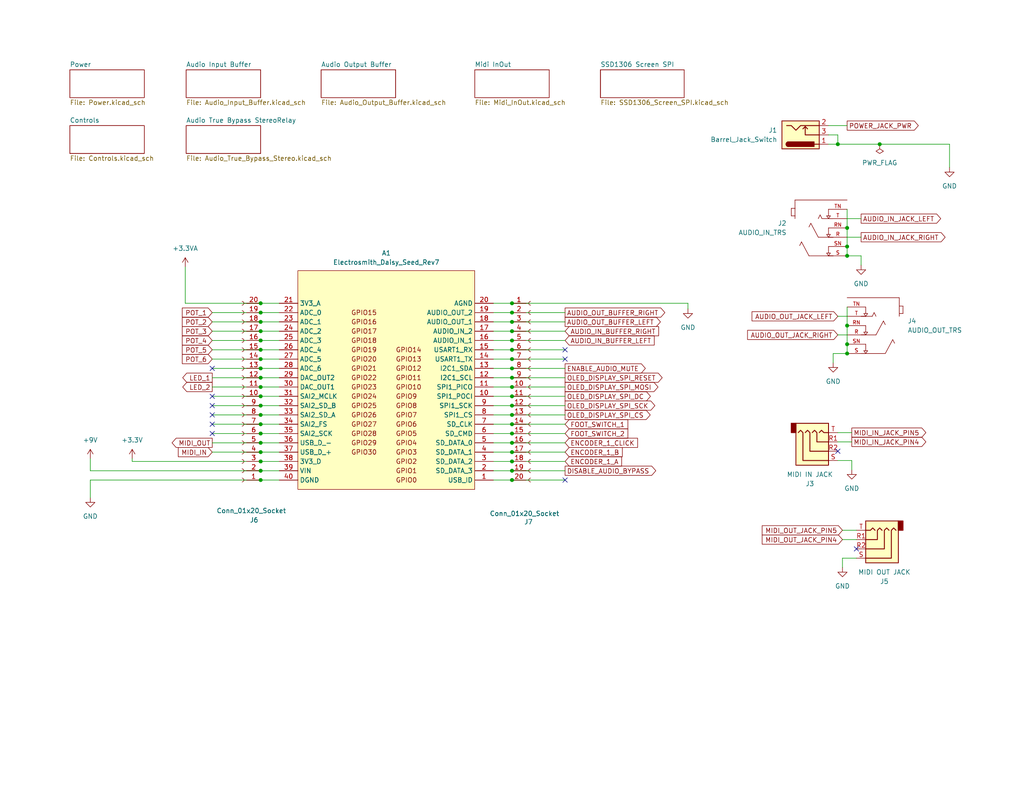
<source format=kicad_sch>
(kicad_sch (version 20230121) (generator eeschema)
  (paper "USLetter")
  (title_block (title "Daisy Seed Guitar Pedal 125B") (date "2024-02-25") (rev "6") (company "Made by Keith Shepherd (kshep@mac.com)") (comment 1 "https://github.com/electro-smith/Hardware/blob/master/reference/daisy_petal/") (comment 2 "Schematic loosly based on the Electro-Smith Daisy Petal Reference Hardware Rev 5"))
  (lib_symbols
    (symbol "Connector:Barrel_Jack_Switch" (pin_names hide)
      (property "Reference" "J" (at 0 5.334 0))
      (property "Value" "Barrel_Jack_Switch" (at 0 -5.08 0))
      (symbol "Barrel_Jack_Switch_0_1"
        (rectangle (start -5.08 3.81) (end 5.08 -3.81) (stroke (width 0.254)) (fill (type background)))
        (arc (start -3.302 3.175) (mid -3.9343 2.54) (end -3.302 1.905) (stroke (width 0.254)))
        (arc (start -3.302 3.175) (mid -3.9343 2.54) (end -3.302 1.905) (stroke (width 0.254)) (fill (type outline)))
        (polyline (pts (xy 1.27 -2.286) (xy 1.905 -1.651)) (stroke (width 0.254)))
        (polyline (pts (xy 5.08 2.54) (xy 3.81 2.54)) (stroke (width 0.254)))
        (polyline (pts (xy 5.08 0) (xy 1.27 0) (xy 1.27 -2.286) (xy 0.635 -1.651)) (stroke (width 0.254)))
        (polyline (pts (xy -3.81 -2.54) (xy -2.54 -2.54) (xy -1.27 -1.27) (xy 0 -2.54) (xy 2.54 -2.54) (xy 5.08 -2.54)) (stroke (width 0.254)))
        (rectangle (start 3.683 3.175) (end -3.302 1.905) (stroke (width 0.254)) (fill (type outline)))
      )
      (symbol "Barrel_Jack_Switch_1_1"
        (pin passive line (at 7.62 2.54 180) (length 2.54) (name "~") (number "1"))
        (pin passive line (at 7.62 -2.54 180) (length 2.54) (name "~") (number "2"))
        (pin passive line (at 7.62 0 180) (length 2.54) (name "~") (number "3"))
      )
    )
    (symbol "Connector:Conn_01x20_Socket" (pin_names (offset 1.016) hide)
      (property "Reference" "J" (at 0 25.4 0))
      (property "Value" "Conn_01x20_Socket" (at 0 -27.94 0))
      (symbol "Conn_01x20_Socket_1_1"
        (arc (start 0 -24.892) (mid -0.5058 -25.4) (end 0 -25.908) (stroke (width 0.1524)))
        (arc (start 0 -22.352) (mid -0.5058 -22.86) (end 0 -23.368) (stroke (width 0.1524)))
        (arc (start 0 -19.812) (mid -0.5058 -20.32) (end 0 -20.828) (stroke (width 0.1524)))
        (arc (start 0 -17.272) (mid -0.5058 -17.78) (end 0 -18.288) (stroke (width 0.1524)))
        (arc (start 0 -14.732) (mid -0.5058 -15.24) (end 0 -15.748) (stroke (width 0.1524)))
        (arc (start 0 -12.192) (mid -0.5058 -12.7) (end 0 -13.208) (stroke (width 0.1524)))
        (arc (start 0 -9.652) (mid -0.5058 -10.16) (end 0 -10.668) (stroke (width 0.1524)))
        (arc (start 0 -7.112) (mid -0.5058 -7.62) (end 0 -8.128) (stroke (width 0.1524)))
        (arc (start 0 -4.572) (mid -0.5058 -5.08) (end 0 -5.588) (stroke (width 0.1524)))
        (arc (start 0 -2.032) (mid -0.5058 -2.54) (end 0 -3.048) (stroke (width 0.1524)))
        (polyline (pts (xy -1.27 -25.4) (xy -0.508 -25.4)) (stroke (width 0.1524)))
        (polyline (pts (xy -1.27 -22.86) (xy -0.508 -22.86)) (stroke (width 0.1524)))
        (polyline (pts (xy -1.27 -20.32) (xy -0.508 -20.32)) (stroke (width 0.1524)))
        (polyline (pts (xy -1.27 -17.78) (xy -0.508 -17.78)) (stroke (width 0.1524)))
        (polyline (pts (xy -1.27 -15.24) (xy -0.508 -15.24)) (stroke (width 0.1524)))
        (polyline (pts (xy -1.27 -12.7) (xy -0.508 -12.7)) (stroke (width 0.1524)))
        (polyline (pts (xy -1.27 -10.16) (xy -0.508 -10.16)) (stroke (width 0.1524)))
        (polyline (pts (xy -1.27 -7.62) (xy -0.508 -7.62)) (stroke (width 0.1524)))
        (polyline (pts (xy -1.27 -5.08) (xy -0.508 -5.08)) (stroke (width 0.1524)))
        (polyline (pts (xy -1.27 -2.54) (xy -0.508 -2.54)) (stroke (width 0.1524)))
        (polyline (pts (xy -1.27 0) (xy -0.508 0)) (stroke (width 0.1524)))
        (polyline (pts (xy -1.27 2.54) (xy -0.508 2.54)) (stroke (width 0.1524)))
        (polyline (pts (xy -1.27 5.08) (xy -0.508 5.08)) (stroke (width 0.1524)))
        (polyline (pts (xy -1.27 7.62) (xy -0.508 7.62)) (stroke (width 0.1524)))
        (polyline (pts (xy -1.27 10.16) (xy -0.508 10.16)) (stroke (width 0.1524)))
        (polyline (pts (xy -1.27 12.7) (xy -0.508 12.7)) (stroke (width 0.1524)))
        (polyline (pts (xy -1.27 15.24) (xy -0.508 15.24)) (stroke (width 0.1524)))
        (polyline (pts (xy -1.27 17.78) (xy -0.508 17.78)) (stroke (width 0.1524)))
        (polyline (pts (xy -1.27 20.32) (xy -0.508 20.32)) (stroke (width 0.1524)))
        (polyline (pts (xy -1.27 22.86) (xy -0.508 22.86)) (stroke (width 0.1524)))
        (arc (start 0 0.508) (mid -0.5058 0) (end 0 -0.508) (stroke (width 0.1524)))
        (arc (start 0 3.048) (mid -0.5058 2.54) (end 0 2.032) (stroke (width 0.1524)))
        (arc (start 0 5.588) (mid -0.5058 5.08) (end 0 4.572) (stroke (width 0.1524)))
        (arc (start 0 8.128) (mid -0.5058 7.62) (end 0 7.112) (stroke (width 0.1524)))
        (arc (start 0 10.668) (mid -0.5058 10.16) (end 0 9.652) (stroke (width 0.1524)))
        (arc (start 0 13.208) (mid -0.5058 12.7) (end 0 12.192) (stroke (width 0.1524)))
        (arc (start 0 15.748) (mid -0.5058 15.24) (end 0 14.732) (stroke (width 0.1524)))
        (arc (start 0 18.288) (mid -0.5058 17.78) (end 0 17.272) (stroke (width 0.1524)))
        (arc (start 0 20.828) (mid -0.5058 20.32) (end 0 19.812) (stroke (width 0.1524)))
        (arc (start 0 23.368) (mid -0.5058 22.86) (end 0 22.352) (stroke (width 0.1524)))
        (pin passive line (at -5.08 22.86 0) (length 3.81) (name "Pin_1") (number "1"))
        (pin passive line (at -5.08 0 0) (length 3.81) (name "Pin_10") (number "10"))
        (pin passive line (at -5.08 -2.54 0) (length 3.81) (name "Pin_11") (number "11"))
        (pin passive line (at -5.08 -5.08 0) (length 3.81) (name "Pin_12") (number "12"))
        (pin passive line (at -5.08 -7.62 0) (length 3.81) (name "Pin_13") (number "13"))
        (pin passive line (at -5.08 -10.16 0) (length 3.81) (name "Pin_14") (number "14"))
        (pin passive line (at -5.08 -12.7 0) (length 3.81) (name "Pin_15") (number "15"))
        (pin passive line (at -5.08 -15.24 0) (length 3.81) (name "Pin_16") (number "16"))
        (pin passive line (at -5.08 -17.78 0) (length 3.81) (name "Pin_17") (number "17"))
        (pin passive line (at -5.08 -20.32 0) (length 3.81) (name "Pin_18") (number "18"))
        (pin passive line (at -5.08 -22.86 0) (length 3.81) (name "Pin_19") (number "19"))
        (pin passive line (at -5.08 20.32 0) (length 3.81) (name "Pin_2") (number "2"))
        (pin passive line (at -5.08 -25.4 0) (length 3.81) (name "Pin_20") (number "20"))
        (pin passive line (at -5.08 17.78 0) (length 3.81) (name "Pin_3") (number "3"))
        (pin passive line (at -5.08 15.24 0) (length 3.81) (name "Pin_4") (number "4"))
        (pin passive line (at -5.08 12.7 0) (length 3.81) (name "Pin_5") (number "5"))
        (pin passive line (at -5.08 10.16 0) (length 3.81) (name "Pin_6") (number "6"))
        (pin passive line (at -5.08 7.62 0) (length 3.81) (name "Pin_7") (number "7"))
        (pin passive line (at -5.08 5.08 0) (length 3.81) (name "Pin_8") (number "8"))
        (pin passive line (at -5.08 2.54 0) (length 3.81) (name "Pin_9") (number "9"))
      )
    )
    (symbol "Connector_Audio:AudioJack4"
      (property "Reference" "J" (at 0 8.89 0))
      (property "Value" "AudioJack4" (at 0 6.35 0))
      (symbol "AudioJack4_0_1"
        (rectangle (start -6.35 -5.08) (end -7.62 -7.62) (stroke (width 0.254)) (fill (type outline)))
        (polyline (pts (xy 0 -5.08) (xy 0.635 -5.715) (xy 1.27 -5.08) (xy 2.54 -5.08)) (stroke (width 0.254)))
        (polyline (pts (xy -5.715 -5.08) (xy -5.08 -5.715) (xy -4.445 -5.08) (xy -4.445 2.54) (xy 2.54 2.54)) (stroke (width 0.254)))
        (polyline (pts (xy -1.905 -5.08) (xy -1.27 -5.715) (xy -0.635 -5.08) (xy -0.635 -2.54) (xy 2.54 -2.54)) (stroke (width 0.254)))
        (polyline (pts (xy 2.54 0) (xy -2.54 0) (xy -2.54 -5.08) (xy -3.175 -5.715) (xy -3.81 -5.08)) (stroke (width 0.254)))
        (rectangle (start 2.54 3.81) (end -6.35 -7.62) (stroke (width 0.254)) (fill (type background)))
      )
      (symbol "AudioJack4_1_1"
        (pin passive line (at 5.08 -2.54 180) (length 2.54) (name "~") (number "R1"))
        (pin passive line (at 5.08 0 180) (length 2.54) (name "~") (number "R2"))
        (pin passive line (at 5.08 2.54 180) (length 2.54) (name "~") (number "S"))
        (pin passive line (at 5.08 -5.08 180) (length 2.54) (name "~") (number "T"))
      )
    )
    (symbol "GuitarPedal125B:Electrosmith_Daisy_Seed_Rev7"
      (property "Reference" "A" (at -1.27 30.48 0))
      (property "Value" "Electrosmith_Daisy_Seed_Rev7" (at 13.97 27.94 0))
      (symbol "Electrosmith_Daisy_Seed_Rev7_0_0"
        (text "GPIO0" (at 2.54 -24.13 0) (effects (font (size 1.27 1.27)) (justify left)))
        (text "GPIO1" (at 2.54 -21.59 0) (effects (font (size 1.27 1.27)) (justify left)))
        (text "GPIO10" (at 2.54 1.27 0) (effects (font (size 1.27 1.27)) (justify left)))
        (text "GPIO11" (at 2.54 3.81 0) (effects (font (size 1.27 1.27)) (justify left)))
        (text "GPIO12" (at 2.54 6.35 0) (effects (font (size 1.27 1.27)) (justify left)))
        (text "GPIO13" (at 2.54 8.89 0) (effects (font (size 1.27 1.27)) (justify left)))
        (text "GPIO14" (at 2.54 11.43 0) (effects (font (size 1.27 1.27)) (justify left)))
        (text "GPIO15" (at -2.54 21.59 0) (effects (font (size 1.27 1.27)) (justify right)))
        (text "GPIO16" (at -2.54 19.05 0) (effects (font (size 1.27 1.27)) (justify right)))
        (text "GPIO17" (at -2.54 16.51 0) (effects (font (size 1.27 1.27)) (justify right)))
        (text "GPIO18" (at -2.54 13.97 0) (effects (font (size 1.27 1.27)) (justify right)))
        (text "GPIO19" (at -2.54 11.43 0) (effects (font (size 1.27 1.27)) (justify right)))
        (text "GPIO2" (at 2.54 -19.05 0) (effects (font (size 1.27 1.27)) (justify left)))
        (text "GPIO20" (at -2.54 8.89 0) (effects (font (size 1.27 1.27)) (justify right)))
        (text "GPIO21" (at -2.54 6.35 0) (effects (font (size 1.27 1.27)) (justify right)))
        (text "GPIO22" (at -2.54 3.81 0) (effects (font (size 1.27 1.27)) (justify right)))
        (text "GPIO23" (at -2.54 1.27 0) (effects (font (size 1.27 1.27)) (justify right)))
        (text "GPIO24" (at -2.54 -1.27 0) (effects (font (size 1.27 1.27)) (justify right)))
        (text "GPIO25" (at -2.54 -3.81 0) (effects (font (size 1.27 1.27)) (justify right)))
        (text "GPIO26" (at -2.54 -6.35 0) (effects (font (size 1.27 1.27)) (justify right)))
        (text "GPIO27" (at -2.54 -8.89 0) (effects (font (size 1.27 1.27)) (justify right)))
        (text "GPIO28" (at -2.54 -11.43 0) (effects (font (size 1.27 1.27)) (justify right)))
        (text "GPIO29" (at -2.54 -13.97 0) (effects (font (size 1.27 1.27)) (justify right)))
        (text "GPIO3" (at 2.54 -16.51 0) (effects (font (size 1.27 1.27)) (justify left)))
        (text "GPIO30" (at -2.54 -16.51 0) (effects (font (size 1.27 1.27)) (justify right)))
        (text "GPIO4" (at 2.54 -13.97 0) (effects (font (size 1.27 1.27)) (justify left)))
        (text "GPIO5" (at 2.54 -11.43 0) (effects (font (size 1.27 1.27)) (justify left)))
        (text "GPIO6" (at 2.54 -8.89 0) (effects (font (size 1.27 1.27)) (justify left)))
        (text "GPIO7" (at 2.54 -6.35 0) (effects (font (size 1.27 1.27)) (justify left)))
        (text "GPIO8" (at 2.54 -3.81 0) (effects (font (size 1.27 1.27)) (justify left)))
        (text "GPIO9" (at 2.54 -1.27 0) (effects (font (size 1.27 1.27)) (justify left)))
        (pin bidirectional line (at 29.21 -24.13 180) (length 5.08) (name "USB_ID") (number "1"))
        (pin bidirectional line (at 29.21 -1.27 180) (length 5.08) (name "SPI1_POCI") (number "10"))
        (pin bidirectional line (at 29.21 1.27 180) (length 5.08) (name "SPI1_PICO") (number "11"))
        (pin bidirectional line (at 29.21 3.81 180) (length 5.08) (name "I2C1_SCL") (number "12"))
        (pin bidirectional line (at 29.21 6.35 180) (length 5.08) (name "I2C1_SDA") (number "13"))
        (pin bidirectional line (at 29.21 8.89 180) (length 5.08) (name "USART1_TX") (number "14"))
        (pin bidirectional line (at 29.21 11.43 180) (length 5.08) (name "USART1_RX") (number "15"))
        (pin input line (at 29.21 13.97 180) (length 5.08) (name "AUDIO_IN_1") (number "16"))
        (pin input line (at 29.21 16.51 180) (length 5.08) (name "AUDIO_IN_2") (number "17"))
        (pin output line (at 29.21 19.05 180) (length 5.08) (name "AUDIO_OUT_1") (number "18"))
        (pin output line (at 29.21 21.59 180) (length 5.08) (name "AUDIO_OUT_2") (number "19"))
        (pin bidirectional line (at 29.21 -21.59 180) (length 5.08) (name "SD_DATA_3") (number "2"))
        (pin power_in line (at 29.21 24.13 180) (length 5.08) (name "AGND") (number "20"))
        (pin power_out line (at -29.21 24.13 0) (length 5.08) (name "3V3_A") (number "21"))
        (pin bidirectional line (at -29.21 21.59 0) (length 5.08) (name "ADC_0") (number "22"))
        (pin bidirectional line (at -29.21 19.05 0) (length 5.08) (name "ADC_1") (number "23"))
        (pin bidirectional line (at -29.21 16.51 0) (length 5.08) (name "ADC_2") (number "24"))
        (pin bidirectional line (at -29.21 13.97 0) (length 5.08) (name "ADC_3") (number "25"))
        (pin bidirectional line (at -29.21 11.43 0) (length 5.08) (name "ADC_4") (number "26"))
        (pin bidirectional line (at -29.21 8.89 0) (length 5.08) (name "ADC_5") (number "27"))
        (pin bidirectional line (at -29.21 6.35 0) (length 5.08) (name "ADC_6") (number "28"))
        (pin bidirectional line (at -29.21 3.81 0) (length 5.08) (name "DAC_OUT2") (number "29"))
        (pin bidirectional line (at 29.21 -19.05 180) (length 5.08) (name "SD_DATA_2") (number "3"))
        (pin bidirectional line (at -29.21 1.27 0) (length 5.08) (name "DAC_OUT1") (number "30"))
        (pin bidirectional line (at -29.21 -1.27 0) (length 5.08) (name "SAI2_MCLK") (number "31"))
        (pin bidirectional line (at -29.21 -3.81 0) (length 5.08) (name "SAI2_SD_B") (number "32"))
        (pin bidirectional line (at -29.21 -6.35 0) (length 5.08) (name "SAI2_SD_A") (number "33"))
        (pin bidirectional line (at -29.21 -8.89 0) (length 5.08) (name "SAI2_FS") (number "34"))
        (pin bidirectional line (at -29.21 -11.43 0) (length 5.08) (name "SAI2_SCK") (number "35"))
        (pin bidirectional line (at -29.21 -13.97 0) (length 5.08) (name "USB_D_-") (number "36"))
        (pin bidirectional line (at -29.21 -16.51 0) (length 5.08) (name "USB_D_+") (number "37"))
        (pin power_out line (at -29.21 -19.05 0) (length 5.08) (name "3V3_D") (number "38"))
        (pin power_in line (at -29.21 -21.59 0) (length 5.08) (name "VIN") (number "39"))
        (pin bidirectional line (at 29.21 -16.51 180) (length 5.08) (name "SD_DATA_1") (number "4"))
        (pin power_in line (at -29.21 -24.13 0) (length 5.08) (name "DGND") (number "40"))
        (pin bidirectional line (at 29.21 -13.97 180) (length 5.08) (name "SD_DATA_0") (number "5"))
        (pin bidirectional line (at 29.21 -11.43 180) (length 5.08) (name "SD_CMD") (number "6"))
        (pin bidirectional line (at 29.21 -8.89 180) (length 5.08) (name "SD_CLK") (number "7"))
        (pin bidirectional line (at 29.21 -6.35 180) (length 5.08) (name "SPI1_CS") (number "8"))
        (pin bidirectional line (at 29.21 -3.81 180) (length 5.08) (name "SPI1_SCK") (number "9"))
      )
      (symbol "Electrosmith_Daisy_Seed_Rev7_0_1"
        (rectangle (start -24.13 33.02) (end 24.13 -26.67) (fill (type background)))
      )
    )
    (symbol "NMJ6HCD2:NMJ6HCD2" (pin_names (offset 1.016))
      (property "Reference" "J" (at -7.6236 8.1319 0))
      (property "Value" "NMJ6HCD2" (at -7.6298 -10.1747 0))
      (symbol "NMJ6HCD2_0_0"
        (polyline (pts (xy -7.62 -5.334) (xy -6.604 -5.334)) (stroke (width 0.1524)))
        (polyline (pts (xy -7.62 -3.302) (xy -7.62 -5.334)) (stroke (width 0.1524)))
        (polyline (pts (xy -6.604 -7.62) (xy -6.604 -5.334)) (stroke (width 0.1524)))
        (polyline (pts (xy -6.604 -5.334) (xy -6.604 -3.302)) (stroke (width 0.1524)))
        (polyline (pts (xy -6.604 -3.302) (xy -7.62 -3.302)) (stroke (width 0.1524)))
        (polyline (pts (xy -6.604 -2.54) (xy -6.604 -3.302)) (stroke (width 0.1524)))
        (polyline (pts (xy -4.826 3.81) (xy -5.334 4.826)) (stroke (width 0.1524)))
        (polyline (pts (xy -2.794 7.62) (xy -4.826 3.81)) (stroke (width 0.1524)))
        (polyline (pts (xy -2.286 -1.27) (xy -2.794 -0.254)) (stroke (width 0.1524)))
        (polyline (pts (xy -0.254 2.54) (xy -2.286 -1.27)) (stroke (width 0.1524)))
        (polyline (pts (xy 0.254 -3.556) (xy -0.254 -2.54)) (stroke (width 0.1524)))
        (polyline (pts (xy 0.762 -2.54) (xy 0.254 -3.556)) (stroke (width 0.1524)))
        (polyline (pts (xy 2.032 -3.302) (xy 2.54 -3.302)) (stroke (width 0.1524)))
        (polyline (pts (xy 2.032 1.778) (xy 2.54 1.778)) (stroke (width 0.1524)))
        (polyline (pts (xy 2.032 6.858) (xy 2.54 6.858)) (stroke (width 0.1524)))
        (polyline (pts (xy 2.54 -3.302) (xy 2.54 -5.08)) (stroke (width 0.1524)))
        (polyline (pts (xy 2.54 -3.302) (xy 3.048 -3.302)) (stroke (width 0.1524)))
        (polyline (pts (xy 2.54 -2.54) (xy 0.762 -2.54)) (stroke (width 0.1524)))
        (polyline (pts (xy 2.54 -2.54) (xy 2.032 -3.302)) (stroke (width 0.1524)))
        (polyline (pts (xy 2.54 1.778) (xy 2.54 0)) (stroke (width 0.1524)))
        (polyline (pts (xy 2.54 1.778) (xy 3.048 1.778)) (stroke (width 0.1524)))
        (polyline (pts (xy 2.54 2.54) (xy -0.254 2.54)) (stroke (width 0.1524)))
        (polyline (pts (xy 2.54 2.54) (xy 2.032 1.778)) (stroke (width 0.1524)))
        (polyline (pts (xy 2.54 6.858) (xy 2.54 5.08)) (stroke (width 0.1524)))
        (polyline (pts (xy 2.54 6.858) (xy 3.048 6.858)) (stroke (width 0.1524)))
        (polyline (pts (xy 2.54 7.62) (xy -2.794 7.62)) (stroke (width 0.1524)))
        (polyline (pts (xy 2.54 7.62) (xy 2.032 6.858)) (stroke (width 0.1524)))
        (polyline (pts (xy 3.048 -3.302) (xy 2.54 -2.54)) (stroke (width 0.1524)))
        (polyline (pts (xy 3.048 1.778) (xy 2.54 2.54)) (stroke (width 0.1524)))
        (polyline (pts (xy 3.048 6.858) (xy 2.54 7.62)) (stroke (width 0.1524)))
        (polyline (pts (xy 3.81 -2.54) (xy 2.54 -2.54)) (stroke (width 0.1524)))
        (polyline (pts (xy 3.81 2.54) (xy 2.54 2.54)) (stroke (width 0.1524)))
        (polyline (pts (xy 3.81 7.62) (xy 2.54 7.62)) (stroke (width 0.1524)))
        (polyline (pts (xy 7.62 -7.62) (xy -6.604 -7.62)) (stroke (width 0.1524)))
        (pin passive line (at 7.62 2.54 180) (length 5.08) (name "~") (number "R"))
        (pin passive line (at 7.62 0 180) (length 5.08) (name "~") (number "RN"))
        (pin passive line (at 7.62 7.62 180) (length 5.08) (name "~") (number "S"))
        (pin passive line (at 7.62 5.08 180) (length 5.08) (name "~") (number "SN"))
        (pin passive line (at 7.62 -2.54 180) (length 5.08) (name "~") (number "T"))
        (pin passive line (at 7.62 -5.08 180) (length 5.08) (name "~") (number "TN"))
      )
    )
    (symbol "power:+3.3V" (power) (pin_names (offset 0))
      (property "Value" "+3.3V" (at 0 3.556 0))
      (symbol "+3.3V_0_1"
        (polyline (pts (xy -0.762 1.27) (xy 0 2.54)))
        (polyline (pts (xy 0 0) (xy 0 2.54)))
        (polyline (pts (xy 0 2.54) (xy 0.762 1.27)))
      )
      (symbol "+3.3V_1_1"
        (pin power_in line (at 0 0 90) (length 0) hide (name "+3.3V") (number "1"))
      )
    )
    (symbol "power:+3.3VA" (power) (pin_names (offset 0))
      (property "Value" "+3.3VA" (at 0 3.556 0))
      (symbol "+3.3VA_0_1"
        (polyline (pts (xy -0.762 1.27) (xy 0 2.54)))
        (polyline (pts (xy 0 0) (xy 0 2.54)))
        (polyline (pts (xy 0 2.54) (xy 0.762 1.27)))
      )
      (symbol "+3.3VA_1_1"
        (pin power_in line (at 0 0 90) (length 0) hide (name "+3.3VA") (number "1"))
      )
    )
    (symbol "power:+9V" (power) (pin_names (offset 0))
      (property "Value" "+9V" (at 0 3.556 0))
      (symbol "+9V_0_1"
        (polyline (pts (xy -0.762 1.27) (xy 0 2.54)))
        (polyline (pts (xy 0 0) (xy 0 2.54)))
        (polyline (pts (xy 0 2.54) (xy 0.762 1.27)))
      )
      (symbol "+9V_1_1"
        (pin power_in line (at 0 0 90) (length 0) hide (name "+9V") (number "1"))
      )
    )
    (symbol "power:GND" (power) (pin_names (offset 0))
      (property "Value" "GND" (at 0 -3.81 0))
      (symbol "GND_0_1"
        (polyline (pts (xy 0 0) (xy 0 -1.27) (xy 1.27 -1.27) (xy 0 -2.54) (xy -1.27 -1.27) (xy 0 -1.27)))
      )
      (symbol "GND_1_1"
        (pin power_in line (at 0 0 270) (length 0) hide (name "GND") (number "1"))
      )
    )
    (symbol "power:PWR_FLAG" (power) (pin_numbers hide) (pin_names (offset 0) hide)
      (property "Value" "PWR_FLAG" (at 0 3.81 0))
      (symbol "PWR_FLAG_0_0"
        (pin power_out line (at 0 0 90) (length 0) (name "pwr") (number "1"))
      )
      (symbol "PWR_FLAG_0_1"
        (polyline (pts (xy 0 0) (xy 0 1.27) (xy -1.016 1.905) (xy 0 2.54) (xy 1.016 1.905) (xy 0 1.27)))
      )
    )
  )
  (junction (at 139.7 131.064))
  (junction (at 71.12 95.504))
  (junction (at 231.14 69.85))
  (junction (at 139.7 115.824))
  (junction (at 228.6 39.37))
  (junction (at 71.12 118.364))
  (junction (at 139.7 90.424))
  (junction (at 139.7 98.044))
  (junction (at 71.12 103.124))
  (junction (at 139.7 92.964))
  (junction (at 71.12 110.744))
  (junction (at 71.12 120.904))
  (junction (at 139.7 100.584))
  (junction (at 71.12 82.804))
  (junction (at 71.12 90.424))
  (junction (at 71.12 92.964))
  (junction (at 139.7 128.524))
  (junction (at 71.12 123.444))
  (junction (at 71.12 131.064))
  (junction (at 139.7 110.744))
  (junction (at 231.14 88.9))
  (junction (at 139.7 120.904))
  (junction (at 231.14 93.98))
  (junction (at 139.7 103.124))
  (junction (at 139.7 108.204))
  (junction (at 71.12 125.984))
  (junction (at 139.7 85.344))
  (junction (at 71.12 85.344))
  (junction (at 71.12 100.584))
  (junction (at 71.12 115.824))
  (junction (at 139.7 105.664))
  (junction (at 231.14 96.52))
  (junction (at 231.14 67.31))
  (junction (at 71.12 128.524))
  (junction (at 71.12 105.664))
  (junction (at 240.03 39.37))
  (junction (at 139.7 123.444))
  (junction (at 139.7 125.984))
  (junction (at 139.7 87.884))
  (junction (at 139.7 118.364))
  (junction (at 71.12 98.044))
  (junction (at 71.12 108.204))
  (junction (at 71.12 87.884))
  (junction (at 231.14 62.23))
  (junction (at 139.7 95.504))
  (junction (at 139.7 82.804))
  (junction (at 139.7 113.284))
  (junction (at 71.12 113.284))
  (no_connect (at 57.912 110.744))
  (no_connect (at 57.912 115.824))
  (no_connect (at 57.912 113.284))
  (no_connect (at 154.178 98.044))
  (no_connect (at 233.68 149.86))
  (no_connect (at 154.178 131.064))
  (no_connect (at 154.178 95.504))
  (no_connect (at 228.6 123.19))
  (no_connect (at 57.912 100.584))
  (no_connect (at 57.912 118.364))
  (no_connect (at 57.912 108.204))
  (wire (pts (xy 24.638 131.064) (xy 71.12 131.064)))
  (wire (pts (xy 57.912 105.664) (xy 71.12 105.664)))
  (wire (pts (xy 134.62 115.824) (xy 139.7 115.824)))
  (wire (pts (xy 134.62 98.044) (xy 139.7 98.044)))
  (wire (pts (xy 57.912 87.884) (xy 71.12 87.884)))
  (wire (pts (xy 71.12 105.664) (xy 76.2 105.664)))
  (wire (pts (xy 24.638 125.222) (xy 24.638 128.524)))
  (wire (pts (xy 231.14 88.9) (xy 231.14 93.98)))
  (wire (pts (xy 134.62 95.504) (xy 139.7 95.504)))
  (wire (pts (xy 139.7 118.364) (xy 154.178 118.364)))
  (wire (pts (xy 71.12 118.364) (xy 76.2 118.364)))
  (wire (pts (xy 139.7 82.804) (xy 187.706 82.804)))
  (wire (pts (xy 36.068 125.222) (xy 36.068 125.984)))
  (wire (pts (xy 229.87 144.78) (xy 233.68 144.78)))
  (wire (pts (xy 226.06 36.83) (xy 228.6 36.83)))
  (wire (pts (xy 231.14 83.82) (xy 231.14 88.9)))
  (wire (pts (xy 232.41 128.27) (xy 232.41 125.73)))
  (wire (pts (xy 226.06 34.29) (xy 231.14 34.29)))
  (wire (pts (xy 139.7 125.984) (xy 154.178 125.984)))
  (wire (pts (xy 139.7 103.124) (xy 154.178 103.124)))
  (wire (pts (xy 71.12 113.284) (xy 76.2 113.284)))
  (wire (pts (xy 71.12 90.424) (xy 76.2 90.424)))
  (wire (pts (xy 57.912 100.584) (xy 71.12 100.584)))
  (wire (pts (xy 259.08 45.72) (xy 259.08 39.37)))
  (wire (pts (xy 228.6 36.83) (xy 228.6 39.37)))
  (wire (pts (xy 134.62 105.664) (xy 139.7 105.664)))
  (wire (pts (xy 228.6 86.36) (xy 231.14 86.36)))
  (wire (pts (xy 134.62 131.064) (xy 139.7 131.064)))
  (wire (pts (xy 57.912 98.044) (xy 71.12 98.044)))
  (wire (pts (xy 57.912 90.424) (xy 71.12 90.424)))
  (wire (pts (xy 71.12 82.804) (xy 50.546 82.804)))
  (wire (pts (xy 71.12 110.744) (xy 76.2 110.744)))
  (wire (pts (xy 24.638 135.89) (xy 24.638 131.064)))
  (wire (pts (xy 139.7 92.964) (xy 154.178 92.964)))
  (wire (pts (xy 71.12 120.904) (xy 76.2 120.904)))
  (wire (pts (xy 139.7 123.444) (xy 154.178 123.444)))
  (wire (pts (xy 139.7 105.664) (xy 154.178 105.664)))
  (wire (pts (xy 71.12 128.524) (xy 76.2 128.524)))
  (wire (pts (xy 57.912 110.744) (xy 71.12 110.744)))
  (wire (pts (xy 139.7 95.504) (xy 154.178 95.504)))
  (wire (pts (xy 71.12 125.984) (xy 76.2 125.984)))
  (wire (pts (xy 234.95 69.85) (xy 234.95 72.39)))
  (wire (pts (xy 229.87 152.4) (xy 229.87 154.94)))
  (wire (pts (xy 57.912 103.124) (xy 71.12 103.124)))
  (wire (pts (xy 57.912 123.444) (xy 71.12 123.444)))
  (wire (pts (xy 134.62 125.984) (xy 139.7 125.984)))
  (wire (pts (xy 232.41 120.65) (xy 228.6 120.65)))
  (wire (pts (xy 234.95 59.69) (xy 231.14 59.69)))
  (wire (pts (xy 71.12 123.444) (xy 76.2 123.444)))
  (wire (pts (xy 233.68 152.4) (xy 229.87 152.4)))
  (wire (pts (xy 139.7 90.424) (xy 154.178 90.424)))
  (wire (pts (xy 134.62 103.124) (xy 139.7 103.124)))
  (wire (pts (xy 139.7 108.204) (xy 154.178 108.204)))
  (wire (pts (xy 139.7 110.744) (xy 154.178 110.744)))
  (wire (pts (xy 134.62 110.744) (xy 139.7 110.744)))
  (wire (pts (xy 57.912 95.504) (xy 71.12 95.504)))
  (wire (pts (xy 57.912 115.824) (xy 71.12 115.824)))
  (wire (pts (xy 134.62 113.284) (xy 139.7 113.284)))
  (wire (pts (xy 71.12 115.824) (xy 76.2 115.824)))
  (wire (pts (xy 71.12 95.504) (xy 76.2 95.504)))
  (wire (pts (xy 139.7 128.524) (xy 154.178 128.524)))
  (wire (pts (xy 139.7 120.904) (xy 154.178 120.904)))
  (wire (pts (xy 240.03 39.37) (xy 259.08 39.37)))
  (wire (pts (xy 139.7 100.584) (xy 154.178 100.584)))
  (wire (pts (xy 139.7 115.824) (xy 154.178 115.824)))
  (wire (pts (xy 71.12 103.124) (xy 76.2 103.124)))
  (wire (pts (xy 139.7 98.044) (xy 154.178 98.044)))
  (wire (pts (xy 134.62 118.364) (xy 139.7 118.364)))
  (wire (pts (xy 134.62 87.884) (xy 139.7 87.884)))
  (wire (pts (xy 36.068 125.984) (xy 71.12 125.984)))
  (wire (pts (xy 134.62 92.964) (xy 139.7 92.964)))
  (wire (pts (xy 139.7 113.284) (xy 154.178 113.284)))
  (wire (pts (xy 231.14 69.85) (xy 231.14 67.31)))
  (wire (pts (xy 231.14 57.15) (xy 231.14 62.23)))
  (wire (pts (xy 57.912 113.284) (xy 71.12 113.284)))
  (wire (pts (xy 227.33 96.52) (xy 227.33 99.06)))
  (wire (pts (xy 187.706 82.804) (xy 187.706 84.328)))
  (wire (pts (xy 234.95 64.77) (xy 231.14 64.77)))
  (wire (pts (xy 228.6 118.11) (xy 232.41 118.11)))
  (wire (pts (xy 134.62 128.524) (xy 139.7 128.524)))
  (wire (pts (xy 134.62 123.444) (xy 139.7 123.444)))
  (wire (pts (xy 57.912 92.964) (xy 71.12 92.964)))
  (wire (pts (xy 71.12 108.204) (xy 76.2 108.204)))
  (wire (pts (xy 71.12 92.964) (xy 76.2 92.964)))
  (wire (pts (xy 139.7 87.884) (xy 154.178 87.884)))
  (wire (pts (xy 71.12 131.064) (xy 76.2 131.064)))
  (wire (pts (xy 228.6 125.73) (xy 232.41 125.73)))
  (wire (pts (xy 57.912 118.364) (xy 71.12 118.364)))
  (wire (pts (xy 134.62 120.904) (xy 139.7 120.904)))
  (wire (pts (xy 226.06 39.37) (xy 228.6 39.37)))
  (wire (pts (xy 228.6 39.37) (xy 240.03 39.37)))
  (wire (pts (xy 134.62 100.584) (xy 139.7 100.584)))
  (wire (pts (xy 234.95 69.85) (xy 231.14 69.85)))
  (wire (pts (xy 139.7 131.064) (xy 154.178 131.064)))
  (wire (pts (xy 134.62 90.424) (xy 139.7 90.424)))
  (wire (pts (xy 231.14 62.23) (xy 231.14 67.31)))
  (wire (pts (xy 71.12 87.884) (xy 76.2 87.884)))
  (wire (pts (xy 24.638 128.524) (xy 71.12 128.524)))
  (wire (pts (xy 139.7 85.344) (xy 154.178 85.344)))
  (wire (pts (xy 229.87 147.32) (xy 233.68 147.32)))
  (wire (pts (xy 71.12 98.044) (xy 76.2 98.044)))
  (wire (pts (xy 227.33 96.52) (xy 231.14 96.52)))
  (wire (pts (xy 134.62 108.204) (xy 139.7 108.204)))
  (wire (pts (xy 50.546 82.804) (xy 50.546 72.898)))
  (wire (pts (xy 134.62 82.804) (xy 139.7 82.804)))
  (wire (pts (xy 231.14 93.98) (xy 231.14 96.52)))
  (wire (pts (xy 76.2 82.804) (xy 71.12 82.804)))
  (wire (pts (xy 57.912 108.204) (xy 71.12 108.204)))
  (wire (pts (xy 134.62 85.344) (xy 139.7 85.344)))
  (wire (pts (xy 228.6 91.44) (xy 231.14 91.44)))
  (wire (pts (xy 57.912 120.904) (xy 71.12 120.904)))
  (wire (pts (xy 57.912 85.344) (xy 71.12 85.344)))
  (wire (pts (xy 71.12 100.584) (xy 76.2 100.584)))
  (wire (pts (xy 71.12 85.344) (xy 76.2 85.344)))
  (global_label "AUDIO_OUT_JACK_LEFT" (shape input) (at 228.6 86.36 180) (property "Intersheetrefs" "${INTERSHEET_REFS}" (effects hide)))
  (global_label "OLED_DISPLAY_SPI_SCK" (shape output) (at 154.178 110.744 0) (property "Intersheetrefs" "${INTERSHEET_REFS}" (effects hide)))
  (global_label "AUDIO_IN_JACK_LEFT" (shape output) (at 234.95 59.69 0) (property "Intersheetrefs" "${INTERSHEET_REFS}" (effects hide)))
  (global_label "FOOT_SWITCH_2" (shape input) (at 154.178 118.364 0) (property "Intersheetrefs" "${INTERSHEET_REFS}" (effects hide)))
  (global_label "MIDI_IN" (shape input) (at 57.912 123.444 180) (property "Intersheetrefs" "${INTERSHEET_REFS}" (effects hide)))
  (global_label "ENCODER_1_CLICK" (shape input) (at 154.178 120.904 0) (property "Intersheetrefs" "${INTERSHEET_REFS}" (effects hide)))
  (global_label "OLED_DISPLAY_SPI_DC" (shape output) (at 154.178 108.204 0) (property "Intersheetrefs" "${INTERSHEET_REFS}" (effects hide)))
  (global_label "MIDI_IN_JACK_PIN4" (shape output) (at 232.41 120.65 0) (property "Intersheetrefs" "${INTERSHEET_REFS}" (effects hide)))
  (global_label "OLED_DISPLAY_SPI_RESET" (shape output) (at 154.178 103.124 0) (property "Intersheetrefs" "${INTERSHEET_REFS}" (effects hide)))
  (global_label "POWER_JACK_PWR" (shape output) (at 231.14 34.29 0) (property "Intersheetrefs" "${INTERSHEET_REFS}" (effects hide)))
  (global_label "ENCODER_1_B" (shape input) (at 154.178 123.444 0) (property "Intersheetrefs" "${INTERSHEET_REFS}" (effects hide)))
  (global_label "MIDI_OUT_JACK_PIN5" (shape input) (at 229.87 144.78 180) (property "Intersheetrefs" "${INTERSHEET_REFS}" (effects hide)))
  (global_label "POT_6" (shape input) (at 57.912 98.044 180) (property "Intersheetrefs" "${INTERSHEET_REFS}" (effects hide)))
  (global_label "AUDIO_OUT_BUFFER_RIGHT" (shape output) (at 154.178 85.344 0) (property "Intersheetrefs" "${INTERSHEET_REFS}" (effects hide)))
  (global_label "AUDIO_IN_BUFFER_LEFT" (shape input) (at 154.178 92.964 0) (property "Intersheetrefs" "${INTERSHEET_REFS}" (effects hide)))
  (global_label "OLED_DISPLAY_SPI_MOSI" (shape output) (at 154.178 105.664 0) (property "Intersheetrefs" "${INTERSHEET_REFS}" (effects hide)))
  (global_label "MIDI_OUT" (shape output) (at 57.912 120.904 180) (property "Intersheetrefs" "${INTERSHEET_REFS}" (effects hide)))
  (global_label "LED_1" (shape output) (at 57.912 103.124 180) (property "Intersheetrefs" "${INTERSHEET_REFS}" (effects hide)))
  (global_label "ENABLE_AUDIO_MUTE" (shape output) (at 154.178 100.584 0) (property "Intersheetrefs" "${INTERSHEET_REFS}" (effects hide)))
  (global_label "FOOT_SWITCH_1" (shape input) (at 154.178 115.824 0) (property "Intersheetrefs" "${INTERSHEET_REFS}" (effects hide)))
  (global_label "DISABLE_AUDIO_BYPASS" (shape output) (at 154.178 128.524 0) (property "Intersheetrefs" "${INTERSHEET_REFS}" (effects hide)))
  (global_label "MIDI_OUT_JACK_PIN4" (shape input) (at 229.87 147.32 180) (property "Intersheetrefs" "${INTERSHEET_REFS}" (effects hide)))
  (global_label "POT_5" (shape input) (at 57.912 95.504 180) (property "Intersheetrefs" "${INTERSHEET_REFS}" (effects hide)))
  (global_label "AUDIO_OUT_BUFFER_LEFT" (shape output) (at 154.178 87.884 0) (property "Intersheetrefs" "${INTERSHEET_REFS}" (effects hide)))
  (global_label "LED_2" (shape output) (at 57.912 105.664 180) (property "Intersheetrefs" "${INTERSHEET_REFS}" (effects hide)))
  (global_label "ENCODER_1_A" (shape input) (at 154.178 125.984 0) (property "Intersheetrefs" "${INTERSHEET_REFS}" (effects hide)))
  (global_label "AUDIO_IN_BUFFER_RIGHT" (shape input) (at 154.178 90.424 0) (property "Intersheetrefs" "${INTERSHEET_REFS}" (effects hide)))
  (global_label "POT_2" (shape input) (at 57.912 87.884 180) (property "Intersheetrefs" "${INTERSHEET_REFS}" (effects hide)))
  (global_label "OLED_DISPLAY_SPI_CS" (shape output) (at 154.178 113.284 0) (property "Intersheetrefs" "${INTERSHEET_REFS}" (effects hide)))
  (global_label "AUDIO_IN_JACK_RIGHT" (shape output) (at 234.95 64.77 0) (property "Intersheetrefs" "${INTERSHEET_REFS}" (effects hide)))
  (global_label "POT_1" (shape input) (at 57.912 85.344 180) (property "Intersheetrefs" "${INTERSHEET_REFS}" (effects hide)))
  (global_label "AUDIO_OUT_JACK_RIGHT" (shape input) (at 228.6 91.44 180) (property "Intersheetrefs" "${INTERSHEET_REFS}" (effects hide)))
  (global_label "MIDI_IN_JACK_PIN5" (shape output) (at 232.41 118.11 0) (property "Intersheetrefs" "${INTERSHEET_REFS}" (effects hide)))
  (global_label "POT_4" (shape input) (at 57.912 92.964 180) (property "Intersheetrefs" "${INTERSHEET_REFS}" (effects hide)))
  (global_label "POT_3" (shape input) (at 57.912 90.424 180) (property "Intersheetrefs" "${INTERSHEET_REFS}" (effects hide)))
  (symbol (lib_id "power:+3.3V") (at 36.068 125.222 0) (unit 1)
    (property "Reference" "#PWR02" (effects hide))
    (property "Value" "+3.3V" (at 36.068 120.142 0))
  )
  (symbol (lib_id "Connector:Conn_01x20_Socket") (at 144.78 105.664 0) (unit 1)
    (property "Reference" "J7" (at 143.002 142.494 0) (effects (justify left)))
    (property "Value" "Conn_01x20_Socket" (at 133.604 140.208 0) (effects (justify left)))
    (property "Footprint" "GuitarPedal125B:PinSocket1x20_P2.54mm_Vertical_JLCPCB" (effects hide))
  )
  (symbol (lib_id "power:GND") (at 229.87 154.94 0) (unit 1)
    (property "Reference" "#PWR06" (effects hide))
    (property "Value" "GND" (at 229.87 160.02 0))
  )
  (symbol (lib_id "GuitarPedal125B:Electrosmith_Daisy_Seed_Rev7") (at 105.41 106.934 0) (unit 1) (in_bom no) (on_board no)
    (property "Reference" "A1" (at 105.41 69.088 0))
    (property "Value" "Electrosmith_Daisy_Seed_Rev7" (at 105.41 71.628 0))
    (property "Datasheet" "https://static1.squarespace.com/static/58d03fdc1b10e3bf442567b8/t/6227e6236f02fb68d1577146/1646781988478/Daisy_Seed_datasheet_v1.0.3.pdf" (effects hide))
  )
  (symbol (lib_id "power:GND") (at 187.706 84.328 0) (unit 1)
    (property "Reference" "#PWR03" (effects hide))
    (property "Value" "GND" (at 187.706 89.408 0))
  )
  (symbol (lib_id "power:GND") (at 234.95 72.39 0) (mirror y) (unit 1)
    (property "Reference" "#PWR08" (effects hide))
    (property "Value" "GND" (at 234.95 77.47 0))
  )
  (symbol (lib_id "Connector:Barrel_Jack_Switch") (at 218.44 36.83 0) (mirror x) (unit 1)
    (property "Reference" "J1" (at 212.09 35.5599 0) (effects (justify right)))
    (property "Value" "Barrel_Jack_Switch" (at 212.09 38.0999 0) (effects (justify right)))
    (property "Footprint" "GuitarPedal125B:Generic_PowerJack" (effects hide))
  )
  (symbol (lib_id "Connector_Audio:AudioJack4") (at 238.76 149.86 180) (unit 1)
    (property "Reference" "J5" (at 241.3 158.75 0))
    (property "Value" "MIDI OUT JACK" (at 241.3 156.21 0))
    (property "Footprint" "GuitarPedal125B:PJ-320A" (effects hide))
  )
  (symbol (lib_id "power:+9V") (at 24.638 125.222 0) (unit 1)
    (property "Reference" "#PWR01" (effects hide))
    (property "Value" "+9V" (at 24.638 120.142 0))
  )
  (symbol (lib_id "power:GND") (at 24.638 135.89 0) (unit 1)
    (property "Reference" "#PWR066" (effects hide))
    (property "Value" "GND" (at 24.638 140.97 0))
  )
  (symbol (lib_id "NMJ6HCD2:NMJ6HCD2") (at 223.52 62.23 0) (mirror x) (unit 1)
    (property "Reference" "J2" (at 214.63 60.9599 0) (effects (justify right)))
    (property "Value" "AUDIO_IN_TRS" (at 214.63 63.4999 0) (effects (justify right)))
    (property "Footprint" "NMJ6HCD2:NEUTRIK_NMJ6HCD2" (effects hide))
    (property "STANDARD" "Manufacturer Recommendations" (effects hide))
    (property "PARTREV" "26.02.2021" (effects hide))
    (property "MAXIMUM_PACKAGE_HEIGHT" "15.67 mm" (effects hide))
    (property "MANUFACTURER" "Neutrik" (effects hide))
    (property "SNAPEDA_PN" "NMJ6HCD2" (effects hide))
  )
  (symbol (lib_id "Connector:Conn_01x20_Socket") (at 66.04 108.204 180) (unit 1)
    (property "Reference" "J6" (at 69.342 141.986 0))
    (property "Value" "Conn_01x20_Socket" (at 68.58 139.446 0))
    (property "Footprint" "GuitarPedal125B:PinSocket1x20_P2.54mm_Vertical_JLCPCB" (effects hide))
  )
  (symbol (lib_id "power:GND") (at 227.33 99.06 0) (unit 1)
    (property "Reference" "#PWR05" (effects hide))
    (property "Value" "GND" (at 227.33 104.14 0))
  )
  (symbol (lib_id "power:PWR_FLAG") (at 240.03 39.37 0) (mirror x) (unit 1)
    (property "Reference" "#FLG01" (effects hide))
    (property "Value" "PWR_FLAG" (at 240.03 44.45 0))
  )
  (symbol (lib_id "power:GND") (at 232.41 128.27 0) (mirror y) (unit 1)
    (property "Reference" "#PWR07" (effects hide))
    (property "Value" "GND" (at 232.41 133.35 0))
  )
  (symbol (lib_id "power:GND") (at 259.08 45.72 0) (mirror y) (unit 1)
    (property "Reference" "#PWR09" (effects hide))
    (property "Value" "GND" (at 259.08 50.8 0))
  )
  (symbol (lib_id "power:+3.3VA") (at 50.546 72.898 0) (unit 1)
    (property "Reference" "#PWR04" (effects hide))
    (property "Value" "+3.3VA" (at 50.546 67.818 0))
  )
  (symbol (lib_id "NMJ6HCD2:NMJ6HCD2") (at 238.76 88.9 180) (unit 1)
    (property "Reference" "J4" (at 247.65 87.6299 0) (effects (justify right)))
    (property "Value" "AUDIO_OUT_TRS" (at 247.65 90.1699 0) (effects (justify right)))
    (property "Footprint" "NMJ6HCD2:NEUTRIK_NMJ6HCD2" (effects hide))
    (property "STANDARD" "Manufacturer Recommendations" (effects hide))
    (property "PARTREV" "26.02.2021" (effects hide))
    (property "MAXIMUM_PACKAGE_HEIGHT" "15.67 mm" (effects hide))
    (property "MANUFACTURER" "Neutrik" (effects hide))
    (property "SNAPEDA_PN" "NMJ6HCD2" (effects hide))
  )
  (symbol (lib_id "Connector_Audio:AudioJack4") (at 223.52 123.19 0) (mirror x) (unit 1)
    (property "Reference" "J3" (at 220.98 132.08 0))
    (property "Value" "MIDI IN JACK" (at 220.98 129.54 0))
    (property "Footprint" "GuitarPedal125B:PJ-320A" (effects hide))
  )
  (sheet (at 163.83 19.05) (size 22.86 7.62) (stroke (width 0.1524))
    (property "Sheetname" "SSD1306 Screen SPI" (at 163.83 18.3384 0) (effects (justify left bottom)))
    (property "Sheetfile" "SSD1306_Screen_SPI.kicad_sch" (at 163.83 27.2546 0) (effects (justify left top)))
  )
  (sheet (at 50.8 19.05) (size 20.32 7.62) (stroke (width 0.1524))
    (property "Sheetname" "Audio Input Buffer" (at 50.8 18.3384 0) (effects (justify left bottom)))
    (property "Sheetfile" "Audio_Input_Buffer.kicad_sch" (at 50.8 27.2546 0) (effects (justify left top)))
  )
  (sheet (at 19.05 19.05) (size 20.32 7.62) (stroke (width 0.1524))
    (property "Sheetname" "Power" (at 19.05 18.3384 0) (effects (justify left bottom)))
    (property "Sheetfile" "Power.kicad_sch" (at 19.05 27.2546 0) (effects (justify left top)))
  )
  (sheet (at 87.63 19.05) (size 20.32 7.62) (stroke (width 0.1524))
    (property "Sheetname" "Audio Output Buffer" (at 87.63 18.3384 0) (effects (justify left bottom)))
    (property "Sheetfile" "Audio_Output_Buffer.kicad_sch" (at 87.63 27.2546 0) (effects (justify left top)))
  )
  (sheet (at 19.05 34.29) (size 20.32 7.62) (stroke (width 0.1524))
    (property "Sheetname" "Controls" (at 19.05 33.5784 0) (effects (justify left bottom)))
    (property "Sheetfile" "Controls.kicad_sch" (at 19.05 42.4946 0) (effects (justify left top)))
  )
  (sheet (at 129.54 19.05) (size 20.32 7.62) (stroke (width 0.1524))
    (property "Sheetname" "Midi InOut" (at 129.54 18.3384 0) (effects (justify left bottom)))
    (property "Sheetfile" "Midi_InOut.kicad_sch" (at 129.54 27.2546 0) (effects (justify left top)))
  )
  (sheet (at 50.8 34.29) (size 20.32 7.62) (stroke (width 0.1524))
    (property "Sheetname" "Audio True Bypass StereoRelay" (at 50.8 33.5784 0) (effects (justify left bottom)))
    (property "Sheetfile" "Audio_True_Bypass_Stereo.kicad_sch" (at 50.8 42.4946 0) (effects (justify left top)))
  )
)
</source>
